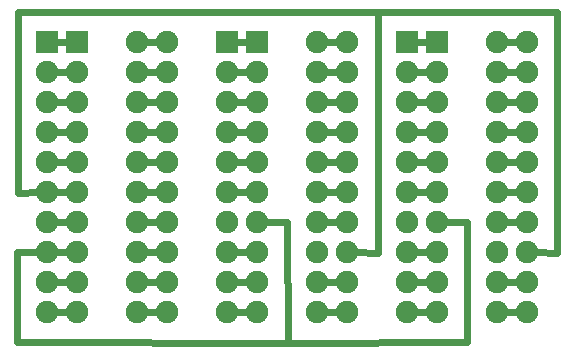
<source format=gbl>
G04 MADE WITH FRITZING*
G04 WWW.FRITZING.ORG*
G04 DOUBLE SIDED*
G04 HOLES PLATED*
G04 CONTOUR ON CENTER OF CONTOUR VECTOR*
%ASAXBY*%
%FSLAX23Y23*%
%MOIN*%
%OFA0B0*%
%SFA1.0B1.0*%
%ADD10C,0.075000*%
%ADD11R,0.075000X0.075000*%
%ADD12C,0.024000*%
%LNCOPPER0*%
G90*
G70*
G54D10*
X1455Y1060D03*
X1755Y1060D03*
X1455Y960D03*
X1755Y960D03*
X1455Y860D03*
X1755Y860D03*
X1455Y760D03*
X1755Y760D03*
X1455Y660D03*
X1755Y660D03*
X1455Y560D03*
X1755Y560D03*
X1455Y460D03*
X1755Y460D03*
X1455Y360D03*
X1755Y360D03*
X1455Y260D03*
X1755Y260D03*
X1455Y160D03*
X1755Y160D03*
X1355Y1060D03*
X1655Y1060D03*
X1355Y960D03*
X1655Y960D03*
X1355Y860D03*
X1655Y860D03*
X1355Y760D03*
X1655Y760D03*
X1355Y660D03*
X1655Y660D03*
X1355Y560D03*
X1655Y560D03*
X1355Y460D03*
X1655Y460D03*
X1355Y360D03*
X1655Y360D03*
X1355Y260D03*
X1655Y260D03*
X1355Y160D03*
X1655Y160D03*
X855Y1060D03*
X1155Y1060D03*
X855Y960D03*
X1155Y960D03*
X855Y860D03*
X1155Y860D03*
X855Y760D03*
X1155Y760D03*
X855Y660D03*
X1155Y660D03*
X855Y560D03*
X1155Y560D03*
X855Y460D03*
X1155Y460D03*
X855Y360D03*
X1155Y360D03*
X855Y260D03*
X1155Y260D03*
X855Y160D03*
X1155Y160D03*
X755Y1060D03*
X1055Y1060D03*
X755Y960D03*
X1055Y960D03*
X755Y860D03*
X1055Y860D03*
X755Y760D03*
X1055Y760D03*
X755Y660D03*
X1055Y660D03*
X755Y560D03*
X1055Y560D03*
X755Y460D03*
X1055Y460D03*
X755Y360D03*
X1055Y360D03*
X755Y260D03*
X1055Y260D03*
X755Y160D03*
X1055Y160D03*
X255Y1060D03*
X555Y1060D03*
X255Y960D03*
X555Y960D03*
X255Y860D03*
X555Y860D03*
X255Y760D03*
X555Y760D03*
X255Y660D03*
X555Y660D03*
X255Y560D03*
X555Y560D03*
X255Y460D03*
X555Y460D03*
X255Y360D03*
X555Y360D03*
X255Y260D03*
X555Y260D03*
X255Y160D03*
X555Y160D03*
X155Y1060D03*
X455Y1060D03*
X155Y960D03*
X455Y960D03*
X155Y860D03*
X455Y860D03*
X155Y760D03*
X455Y760D03*
X155Y660D03*
X455Y660D03*
X155Y560D03*
X455Y560D03*
X155Y460D03*
X455Y460D03*
X155Y360D03*
X455Y360D03*
X155Y260D03*
X455Y260D03*
X155Y160D03*
X455Y160D03*
G54D11*
X1455Y1060D03*
X1355Y1060D03*
X855Y1060D03*
X755Y1060D03*
X255Y1060D03*
X155Y1060D03*
G54D12*
X226Y1060D02*
X184Y1060D01*
D02*
X226Y960D02*
X184Y960D01*
D02*
X226Y860D02*
X184Y860D01*
D02*
X226Y760D02*
X184Y760D01*
D02*
X226Y660D02*
X184Y660D01*
D02*
X226Y560D02*
X184Y560D01*
D02*
X226Y460D02*
X184Y460D01*
D02*
X226Y360D02*
X184Y360D01*
D02*
X226Y260D02*
X184Y260D01*
D02*
X526Y160D02*
X484Y160D01*
D02*
X526Y260D02*
X484Y260D01*
D02*
X526Y360D02*
X484Y360D01*
D02*
X526Y460D02*
X484Y460D01*
D02*
X526Y560D02*
X484Y560D01*
D02*
X526Y660D02*
X484Y660D01*
D02*
X526Y760D02*
X484Y760D01*
D02*
X526Y960D02*
X484Y960D01*
D02*
X526Y1060D02*
X484Y1060D01*
D02*
X526Y860D02*
X484Y860D01*
D02*
X226Y160D02*
X184Y160D01*
D02*
X55Y59D02*
X55Y360D01*
D02*
X55Y360D02*
X126Y360D01*
D02*
X958Y57D02*
X55Y59D01*
D02*
X1126Y660D02*
X1084Y660D01*
D02*
X1426Y960D02*
X1384Y960D01*
D02*
X1726Y860D02*
X1684Y860D01*
D02*
X1726Y660D02*
X1684Y660D01*
D02*
X1426Y1060D02*
X1384Y1060D01*
D02*
X56Y558D02*
X126Y559D01*
D02*
X56Y1159D02*
X56Y558D01*
D02*
X954Y1159D02*
X56Y1159D01*
D02*
X1257Y1159D02*
X954Y1159D01*
D02*
X1257Y358D02*
X1257Y1159D01*
D02*
X1184Y359D02*
X1257Y358D01*
D02*
X1126Y460D02*
X1084Y460D01*
D02*
X1726Y760D02*
X1684Y760D01*
D02*
X1126Y1060D02*
X1084Y1060D01*
D02*
X826Y760D02*
X784Y760D01*
D02*
X826Y960D02*
X784Y960D01*
D02*
X1726Y560D02*
X1684Y560D01*
D02*
X1726Y260D02*
X1684Y260D01*
D02*
X826Y860D02*
X784Y860D01*
D02*
X1726Y960D02*
X1684Y960D01*
D02*
X1426Y160D02*
X1384Y160D01*
D02*
X1126Y760D02*
X1084Y760D01*
D02*
X826Y560D02*
X784Y560D01*
D02*
X1126Y160D02*
X1084Y160D01*
D02*
X826Y260D02*
X784Y260D01*
D02*
X1726Y160D02*
X1684Y160D01*
D02*
X826Y160D02*
X784Y160D01*
D02*
X1426Y660D02*
X1384Y660D01*
D02*
X826Y660D02*
X784Y660D01*
D02*
X1126Y960D02*
X1084Y960D01*
D02*
X1426Y260D02*
X1384Y260D01*
D02*
X1126Y260D02*
X1084Y260D01*
D02*
X1426Y560D02*
X1384Y560D01*
D02*
X1426Y760D02*
X1384Y760D01*
D02*
X1426Y860D02*
X1384Y860D01*
D02*
X1726Y1060D02*
X1684Y1060D01*
D02*
X826Y1060D02*
X784Y1060D01*
D02*
X1726Y460D02*
X1684Y460D01*
D02*
X1126Y560D02*
X1084Y560D01*
D02*
X1257Y358D02*
X1257Y1159D01*
D02*
X1257Y1159D02*
X1853Y1159D01*
D02*
X1184Y359D02*
X1257Y358D01*
D02*
X1853Y1159D02*
X1853Y358D01*
D02*
X1853Y358D02*
X1784Y359D01*
D02*
X1126Y860D02*
X1084Y860D01*
D02*
X1555Y60D02*
X1555Y459D01*
D02*
X1555Y459D02*
X1484Y459D01*
D02*
X958Y57D02*
X1555Y60D01*
D02*
X953Y459D02*
X958Y57D01*
D02*
X884Y459D02*
X953Y459D01*
D02*
X1384Y360D02*
X1426Y360D01*
D02*
X784Y360D02*
X826Y360D01*
G04 End of Copper0*
M02*
</source>
